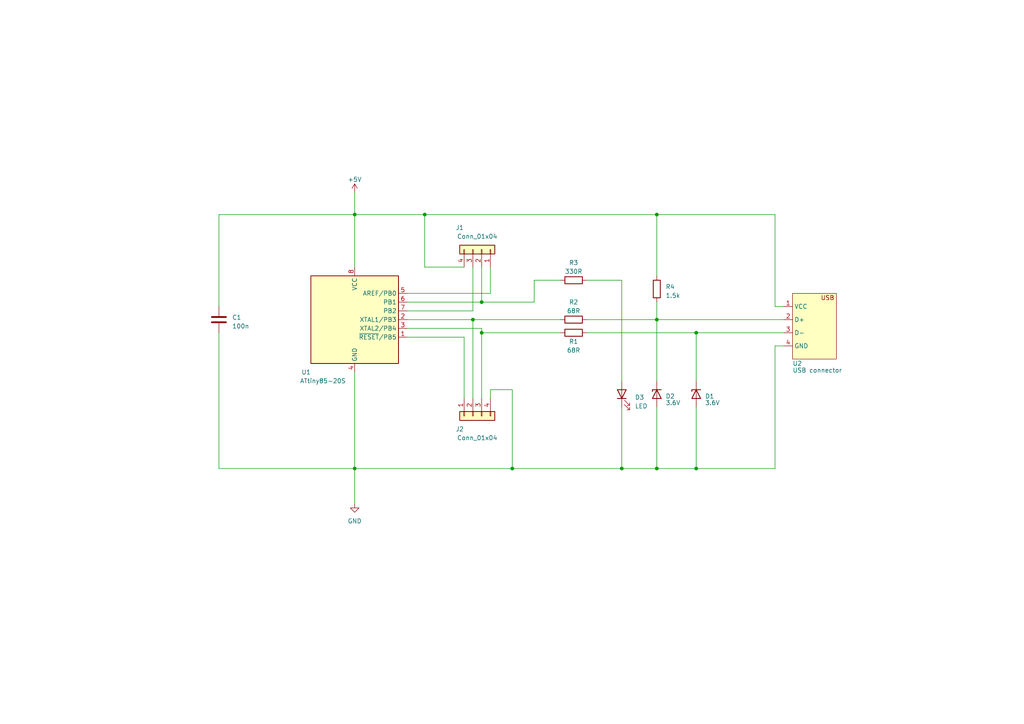
<source format=kicad_sch>
(kicad_sch (version 20230121) (generator eeschema)
  (paper "A4")
  (title_block (title "Attiny85_USB") (date "2024-05-10") (company "devnithw"))
  (lib_symbols
    (symbol "Connector_Generic:Conn_01x04" (pin_names (offset 1.016) hide)
      (property "Reference" "J" (at 0 5.08 0))
      (property "Value" "Conn_01x04" (at 0 -7.62 0))
      (symbol "Conn_01x04_1_1"
        (rectangle (start -1.27 -4.953) (end 0 -5.207) (stroke (width 0.1524)))
        (rectangle (start -1.27 -2.413) (end 0 -2.667) (stroke (width 0.1524)))
        (rectangle (start -1.27 0.127) (end 0 -0.127) (stroke (width 0.1524)))
        (rectangle (start -1.27 2.667) (end 0 2.413) (stroke (width 0.1524)))
        (rectangle (start -1.27 3.81) (end 1.27 -6.35) (stroke (width 0.254)) (fill (type background)))
        (pin passive line (at -5.08 2.54 0) (length 3.81) (name "Pin_1") (number "1"))
        (pin passive line (at -5.08 0 0) (length 3.81) (name "Pin_2") (number "2"))
        (pin passive line (at -5.08 -2.54 0) (length 3.81) (name "Pin_3") (number "3"))
        (pin passive line (at -5.08 -5.08 0) (length 3.81) (name "Pin_4") (number "4"))
      )
    )
    (symbol "Device:C" (pin_numbers hide) (pin_names (offset 0.254))
      (property "Reference" "C" (at 0.635 2.54 0))
      (property "Value" "C" (at 0.635 -2.54 0))
      (symbol "C_0_1"
        (polyline (pts (xy -2.032 -0.762) (xy 2.032 -0.762)) (stroke (width 0.508)))
        (polyline (pts (xy -2.032 0.762) (xy 2.032 0.762)) (stroke (width 0.508)))
      )
      (symbol "C_1_1"
        (pin passive line (at 0 3.81 270) (length 2.794) (name "~") (number "1"))
        (pin passive line (at 0 -3.81 90) (length 2.794) (name "~") (number "2"))
      )
    )
    (symbol "Device:D_Zener" (pin_numbers hide) (pin_names (offset 1.016) hide)
      (property "Reference" "D" (at 0 2.54 0))
      (property "Value" "D_Zener" (at 0 -2.54 0))
      (symbol "D_Zener_0_1"
        (polyline (pts (xy 1.27 0) (xy -1.27 0)))
        (polyline (pts (xy -1.27 -1.27) (xy -1.27 1.27) (xy -0.762 1.27)) (stroke (width 0.254)))
        (polyline (pts (xy 1.27 -1.27) (xy 1.27 1.27) (xy -1.27 0) (xy 1.27 -1.27)) (stroke (width 0.254)))
      )
      (symbol "D_Zener_1_1"
        (pin passive line (at -3.81 0 0) (length 2.54) (name "K") (number "1"))
        (pin passive line (at 3.81 0 180) (length 2.54) (name "A") (number "2"))
      )
    )
    (symbol "Device:LED" (pin_numbers hide) (pin_names (offset 1.016) hide)
      (property "Reference" "D" (at 0 2.54 0))
      (property "Value" "LED" (at 0 -2.54 0))
      (symbol "LED_0_1"
        (polyline (pts (xy -1.27 -1.27) (xy -1.27 1.27)) (stroke (width 0.254)))
        (polyline (pts (xy -1.27 0) (xy 1.27 0)))
        (polyline (pts (xy 1.27 -1.27) (xy 1.27 1.27) (xy -1.27 0) (xy 1.27 -1.27)) (stroke (width 0.254)))
        (polyline (pts (xy -3.048 -0.762) (xy -4.572 -2.286) (xy -3.81 -2.286) (xy -4.572 -2.286) (xy -4.572 -1.524)))
        (polyline (pts (xy -1.778 -0.762) (xy -3.302 -2.286) (xy -2.54 -2.286) (xy -3.302 -2.286) (xy -3.302 -1.524)))
      )
      (symbol "LED_1_1"
        (pin passive line (at -3.81 0 0) (length 2.54) (name "K") (number "1"))
        (pin passive line (at 3.81 0 180) (length 2.54) (name "A") (number "2"))
      )
    )
    (symbol "Device:R" (pin_numbers hide) (pin_names (offset 0))
      (property "Reference" "R" (at 2.032 0 90))
      (property "Value" "R" (at 0 0 90))
      (symbol "R_0_1"
        (rectangle (start -1.016 -2.54) (end 1.016 2.54) (stroke (width 0.254)))
      )
      (symbol "R_1_1"
        (pin passive line (at 0 3.81 270) (length 1.27) (name "~") (number "1"))
        (pin passive line (at 0 -3.81 90) (length 1.27) (name "~") (number "2"))
      )
    )
    (symbol "MCU_Microchip_ATtiny:ATtiny85-20S"
      (property "Reference" "U" (at -12.7 13.97 0))
      (property "Value" "ATtiny85-20S" (at 2.54 -13.97 0))
      (symbol "ATtiny85-20S_0_1"
        (rectangle (start -12.7 -12.7) (end 12.7 12.7) (stroke (width 0.254)) (fill (type background)))
      )
      (symbol "ATtiny85-20S_1_1"
        (pin bidirectional line (at 15.24 -5.08 180) (length 2.54) (name "~{RESET}/PB5") (number "1"))
        (pin bidirectional line (at 15.24 0 180) (length 2.54) (name "XTAL1/PB3") (number "2"))
        (pin bidirectional line (at 15.24 -2.54 180) (length 2.54) (name "XTAL2/PB4") (number "3"))
        (pin power_in line (at 0 -15.24 90) (length 2.54) (name "GND") (number "4"))
        (pin bidirectional line (at 15.24 7.62 180) (length 2.54) (name "AREF/PB0") (number "5"))
        (pin bidirectional line (at 15.24 5.08 180) (length 2.54) (name "PB1") (number "6"))
        (pin bidirectional line (at 15.24 2.54 180) (length 2.54) (name "PB2") (number "7"))
        (pin power_in line (at 0 15.24 270) (length 2.54) (name "VCC") (number "8"))
      )
    )
    (symbol "power:+5V" (power) (pin_names (offset 0))
      (property "Value" "+5V" (at 0 3.556 0))
      (symbol "+5V_0_1"
        (polyline (pts (xy -0.762 1.27) (xy 0 2.54)))
        (polyline (pts (xy 0 0) (xy 0 2.54)))
        (polyline (pts (xy 0 2.54) (xy 0.762 1.27)))
      )
      (symbol "+5V_1_1"
        (pin power_in line (at 0 0 90) (length 0) hide (name "+5V") (number "1"))
      )
    )
    (symbol "power:GND" (power) (pin_names (offset 0))
      (property "Value" "GND" (at 0 -3.81 0))
      (symbol "GND_0_1"
        (polyline (pts (xy 0 0) (xy 0 -1.27) (xy 1.27 -1.27) (xy 0 -2.54) (xy -1.27 -1.27) (xy 0 -1.27)))
      )
      (symbol "GND_1_1"
        (pin power_in line (at 0 0 270) (length 0) hide (name "GND") (number "1"))
      )
    )
    (symbol "project_library:usb_connector"
      (property "Reference" "U" (at 0 0 0))
      (symbol "usb_connector_1_1"
        (rectangle (start -5.08 10.16) (end 7.62 -8.89) (fill (type background)))
        (text "USB\n" (at 5.08 8.89 0) (effects (font (size 1.27 1.27))))
        (pin power_in line (at -7.62 6.35 0) (length 2.54) (name "VCC") (number "1"))
        (pin bidirectional line (at -7.62 2.54 0) (length 2.54) (name "D+") (number "2"))
        (pin bidirectional line (at -7.62 -1.27 0) (length 2.54) (name "D-") (number "3"))
        (pin power_in line (at -7.62 -5.08 0) (length 2.54) (name "GND") (number "4"))
      )
    )
  )
  (junction (at 137.16 92.71))
  (junction (at 102.87 62.23))
  (junction (at 139.7 96.52))
  (junction (at 148.59 135.89))
  (junction (at 123.19 62.23))
  (junction (at 201.93 96.52))
  (junction (at 190.5 135.89))
  (junction (at 201.93 135.89))
  (junction (at 139.7 87.63))
  (junction (at 190.5 92.71))
  (junction (at 190.5 62.23))
  (junction (at 180.34 135.89))
  (junction (at 102.87 135.89))
  (wire (pts (xy 118.11 90.17) (xy 137.16 90.17)))
  (wire (pts (xy 139.7 77.47) (xy 139.7 87.63)))
  (wire (pts (xy 134.62 115.57) (xy 134.62 97.79)))
  (wire (pts (xy 154.94 87.63) (xy 139.7 87.63)))
  (wire (pts (xy 137.16 92.71) (xy 137.16 115.57)))
  (wire (pts (xy 102.87 135.89) (xy 148.59 135.89)))
  (wire (pts (xy 180.34 81.28) (xy 170.18 81.28)))
  (wire (pts (xy 190.5 118.11) (xy 190.5 135.89)))
  (wire (pts (xy 180.34 118.11) (xy 180.34 135.89)))
  (wire (pts (xy 170.18 92.71) (xy 190.5 92.71)))
  (wire (pts (xy 139.7 95.25) (xy 118.11 95.25)))
  (wire (pts (xy 224.79 62.23) (xy 190.5 62.23)))
  (wire (pts (xy 190.5 92.71) (xy 190.5 87.63)))
  (wire (pts (xy 102.87 62.23) (xy 102.87 77.47)))
  (wire (pts (xy 123.19 62.23) (xy 190.5 62.23)))
  (wire (pts (xy 180.34 110.49) (xy 180.34 81.28)))
  (wire (pts (xy 118.11 92.71) (xy 137.16 92.71)))
  (wire (pts (xy 190.5 135.89) (xy 201.93 135.89)))
  (wire (pts (xy 154.94 81.28) (xy 162.56 81.28)))
  (wire (pts (xy 201.93 96.52) (xy 201.93 110.49)))
  (wire (pts (xy 154.94 81.28) (xy 154.94 87.63)))
  (wire (pts (xy 148.59 135.89) (xy 180.34 135.89)))
  (wire (pts (xy 227.33 88.9) (xy 224.79 88.9)))
  (wire (pts (xy 180.34 135.89) (xy 190.5 135.89)))
  (wire (pts (xy 190.5 62.23) (xy 190.5 80.01)))
  (wire (pts (xy 224.79 135.89) (xy 201.93 135.89)))
  (wire (pts (xy 162.56 96.52) (xy 139.7 96.52)))
  (wire (pts (xy 102.87 135.89) (xy 102.87 146.05)))
  (wire (pts (xy 137.16 92.71) (xy 162.56 92.71)))
  (wire (pts (xy 137.16 90.17) (xy 137.16 77.47)))
  (wire (pts (xy 190.5 92.71) (xy 227.33 92.71)))
  (wire (pts (xy 123.19 77.47) (xy 123.19 62.23)))
  (wire (pts (xy 63.5 135.89) (xy 102.87 135.89)))
  (wire (pts (xy 224.79 88.9) (xy 224.79 62.23)))
  (wire (pts (xy 63.5 88.9) (xy 63.5 62.23)))
  (wire (pts (xy 139.7 96.52) (xy 139.7 115.57)))
  (wire (pts (xy 142.24 85.09) (xy 118.11 85.09)))
  (wire (pts (xy 139.7 95.25) (xy 139.7 96.52)))
  (wire (pts (xy 227.33 100.33) (xy 224.79 100.33)))
  (wire (pts (xy 134.62 97.79) (xy 118.11 97.79)))
  (wire (pts (xy 224.79 100.33) (xy 224.79 135.89)))
  (wire (pts (xy 190.5 92.71) (xy 190.5 110.49)))
  (wire (pts (xy 148.59 113.03) (xy 148.59 135.89)))
  (wire (pts (xy 201.93 118.11) (xy 201.93 135.89)))
  (wire (pts (xy 63.5 62.23) (xy 102.87 62.23)))
  (wire (pts (xy 102.87 55.88) (xy 102.87 62.23)))
  (wire (pts (xy 201.93 96.52) (xy 227.33 96.52)))
  (wire (pts (xy 102.87 107.95) (xy 102.87 135.89)))
  (wire (pts (xy 142.24 113.03) (xy 148.59 113.03)))
  (wire (pts (xy 63.5 96.52) (xy 63.5 135.89)))
  (wire (pts (xy 102.87 62.23) (xy 123.19 62.23)))
  (wire (pts (xy 139.7 87.63) (xy 118.11 87.63)))
  (wire (pts (xy 142.24 115.57) (xy 142.24 113.03)))
  (wire (pts (xy 142.24 77.47) (xy 142.24 85.09)))
  (wire (pts (xy 170.18 96.52) (xy 201.93 96.52)))
  (wire (pts (xy 134.62 77.47) (xy 123.19 77.47)))
  (symbol (lib_id "power:GND") (at 102.87 146.05 0) (unit 1)
    (property "Reference" "#PWR02" (effects hide))
    (property "Value" "GND" (at 102.87 151.13 0))
  )
  (symbol (lib_id "Device:R") (at 166.37 92.71 90) (unit 1)
    (property "Reference" "R2" (at 166.37 87.63 90))
    (property "Value" "68R" (at 166.37 90.17 90))
    (property "Footprint" "Resistor_SMD:R_0805_2012Metric_Pad1.20x1.40mm_HandSolder" (effects hide))
  )
  (symbol (lib_id "project_library:usb_connector") (at 234.95 95.25 0) (unit 1)
    (property "Reference" "U2" (at 229.87 105.41 0) (effects (justify left)))
    (property "Value" "USB connector" (at 229.87 106.68 0) (effects (justify left top)))
    (property "Footprint" "footprint_library:usb_connector" (effects hide))
  )
  (symbol (lib_id "Device:C") (at 63.5 92.71 0) (unit 1)
    (property "Reference" "C1" (at 67.31 92.075 0) (effects (justify left)))
    (property "Value" "100n" (at 67.31 94.615 0) (effects (justify left)))
    (property "Footprint" "Capacitor_SMD:C_1206_3216Metric_Pad1.33x1.80mm_HandSolder" (effects hide))
  )
  (symbol (lib_id "Device:LED") (at 180.34 114.3 90) (unit 1)
    (property "Reference" "D3" (at 184.15 115.2525 90) (effects (justify right)))
    (property "Value" "LED" (at 184.15 117.7925 90) (effects (justify right)))
    (property "Footprint" "LED_SMD:LED_1206_3216Metric_Pad1.42x1.75mm_HandSolder" (effects hide))
  )
  (symbol (lib_id "power:+5V") (at 102.87 55.88 0) (unit 1)
    (property "Reference" "#PWR01" (effects hide))
    (property "Value" "+5V" (at 102.87 52.07 0))
  )
  (symbol (lib_id "Device:R") (at 190.5 83.82 0) (unit 1)
    (property "Reference" "R4" (at 193.04 83.185 0) (effects (justify left)))
    (property "Value" "1.5k" (at 193.04 85.725 0) (effects (justify left)))
    (property "Footprint" "Resistor_SMD:R_0805_2012Metric_Pad1.20x1.40mm_HandSolder" (effects hide))
  )
  (symbol (lib_id "MCU_Microchip_ATtiny:ATtiny85-20S") (at 102.87 92.71 0) (unit 1)
    (property "Reference" "U1" (at 90.17 107.95 0) (effects (justify right)))
    (property "Value" "ATtiny85-20S" (at 100.33 110.49 0) (effects (justify right)))
    (property "Footprint" "Package_SO:SOIC-8W_5.3x5.3mm_P1.27mm" (effects hide))
    (property "Datasheet" "http://ww1.microchip.com/downloads/en/DeviceDoc/atmel-2586-avr-8-bit-microcontroller-attiny25-attiny45-attiny85_datasheet.pdf" (effects hide))
  )
  (symbol (lib_id "Device:D_Zener") (at 190.5 114.3 90) (mirror x) (unit 1)
    (property "Reference" "D2" (at 193.04 114.935 90) (effects (justify right)))
    (property "Value" "3.6V" (at 193.04 116.84 90) (effects (justify right)))
    (property "Footprint" "Diode_SMD:D_SOD-123" (effects hide))
  )
  (symbol (lib_id "Connector_Generic:Conn_01x04") (at 139.7 72.39 270) (mirror x) (unit 1)
    (property "Reference" "J1" (at 133.35 66.04 90))
    (property "Value" "Conn_01x04" (at 138.43 68.58 90))
    (property "Footprint" "Connector_PinHeader_2.54mm:PinHeader_1x04_P2.54mm_Vertical" (effects hide))
  )
  (symbol (lib_id "Device:R") (at 166.37 81.28 90) (unit 1)
    (property "Reference" "R3" (at 166.37 76.2 90))
    (property "Value" "330R" (at 166.37 78.74 90))
    (property "Footprint" "Resistor_SMD:R_0805_2012Metric_Pad1.20x1.40mm_HandSolder" (effects hide))
  )
  (symbol (lib_id "Connector_Generic:Conn_01x04") (at 137.16 120.65 90) (mirror x) (unit 1)
    (property "Reference" "J2" (at 133.35 124.46 90))
    (property "Value" "Conn_01x04" (at 138.43 127 90))
    (property "Footprint" "Connector_PinHeader_2.54mm:PinHeader_1x04_P2.54mm_Vertical" (effects hide))
  )
  (symbol (lib_id "Device:R") (at 166.37 96.52 90) (unit 1)
    (property "Reference" "R1" (at 166.37 99.06 90))
    (property "Value" "68R" (at 166.37 101.6 90))
    (property "Footprint" "Resistor_SMD:R_0805_2012Metric_Pad1.20x1.40mm_HandSolder" (effects hide))
  )
  (symbol (lib_id "Device:D_Zener") (at 201.93 114.3 90) (mirror x) (unit 1)
    (property "Reference" "D1" (at 204.47 114.935 90) (effects (justify right)))
    (property "Value" "3.6V" (at 204.47 116.84 90) (effects (justify right)))
    (property "Footprint" "Diode_SMD:D_SOD-123" (effects hide))
  )
)
</source>
